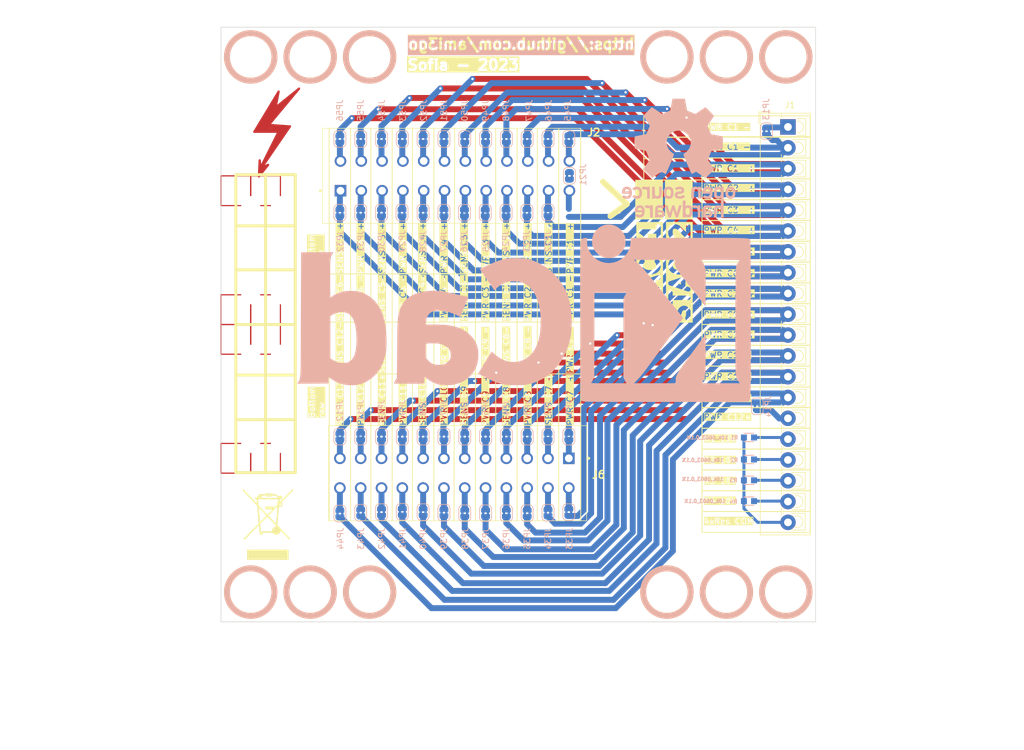
<source format=kicad_pcb>
(kicad_pcb (version 20221018) (generator pcbnew)
  (layers (0 "F.Cu" signal) (31 "B.Cu" signal) (34 "B.Paste" user) (35 "F.Paste" user) (36 "B.SilkS" user "B.Silkscreen") (37 "F.SilkS" user "F.Silkscreen") (38 "B.Mask" user) (39 "F.Mask" user) (44 "Edge.Cuts" user))
  (net 0 "")
  (net 1 "/Cell_1-")
  (net 2 "/Cell_1+")
  (net 3 "/Cell_2+")
  (net 4 "/Cell_3+")
  (net 5 "/Cell_4+")
  (net 6 "/Cell_5+")
  (net 7 "/Cell_6+")
  (net 8 "/Cell_7+")
  (net 9 "/Cell_8+")
  (net 10 "/Cell_9+")
  (net 11 "/Cell_10+")
  (net 12 "/Cell_11+")
  (net 13 "/Cell_12+")
  (net 14 "/M_PWR_S1")
  (net 15 "/P_PWR_S1")
  (net 16 "/M_SENSE_S1")
  (net 17 "/P_SENSE_S1")
  (net 18 "/M_PWR_S2")
  (net 19 "/P_PWR_S2")
  (net 20 "/M_SENSE_S2")
  (net 21 "/P_SENSE_S2")
  (net 22 "/M_PWR_S3")
  (net 23 "/P_PWR_S3")
  (net 24 "/M_SENSE_S3")
  (net 25 "/P_SENSE_S3")
  (net 26 "/M_PWR_S4")
  (net 27 "/P_PWR_S4")
  (net 28 "/M_SENSE_S4")
  (net 29 "/P_SENSE_S4")
  (net 30 "/M_PWR_S5")
  (net 31 "/P_PWR_S5")
  (net 32 "/M_SENSE_S5")
  (net 33 "/P_SENSE_S5")
  (net 34 "/M_PWR_S6")
  (net 35 "/P_PWR_S6")
  (net 36 "/M_SENSE_S6")
  (net 37 "/P_SENSE_S6")
  (net 38 "/M_PWR_S7")
  (net 39 "/P_PWR_S7")
  (net 40 "/M_SENSE_S7")
  (net 41 "/P_SENSE_S7")
  (net 42 "/M_PWR_S8")
  (net 43 "/P_PWR_S8")
  (net 44 "/M_SENSE_S8")
  (net 45 "/P_SENSE_S8")
  (net 46 "/M_PWR_S9")
  (net 47 "/P_PWR_S9")
  (net 48 "/M_SENSE_S9")
  (net 49 "/P_SENSE_S9")
  (net 50 "/M_PWR_S10")
  (net 51 "/P_PWR_S10")
  (net 52 "/M_SENSE_S10")
  (net 53 "/P_SENSE_S10")
  (net 54 "/M_PWR_S11")
  (net 55 "/P_PWR_S11")
  (net 56 "/M_SENSE_S11")
  (net 57 "/P_SENSE_S11")
  (net 58 "/M_PWR_S12")
  (net 59 "/P_PWR_S12")
  (net 60 "/M_SENSE_S12")
  (net 61 "/P_SENSE_S12")
  (net 62 "/Cell_1(2)-")
  (net 63 "/Cell_12(2)+")
  (net 64 "Net-(J1-Pin_16)")
  (net 65 "Net-(J1-Pin_17)")
  (net 66 "Net-(J1-Pin_18)")
  (net 67 "Net-(J1-Pin_19)")
  (net 68 "Net-(J1-Pin_20)")
  (footprint "MountingHole:MountingHole_3.2mm_M3_ISO14580" (layer "F.Cu") (at 135 115)
    (fp_text reference "H10" hide)
    (fp_text value "MountingHole" hide)
  )
  (footprint "MountingHole:MountingHole_3.2mm_M3_ISO14580" (layer "F.Cu") (at 55 90)
    (fp_text reference "H8" hide)
    (fp_text value "MountingHole")
  )
  (footprint "MountingHole:MountingHole_3.2mm_M3_ISO14580" (layer "F.Cu") (at 145 25)
    (fp_text reference "H2" hide)
    (fp_text value "MountingHole")
  )
  (footprint "MountingHole:MountingHole_3.2mm_M3_ISO14580" (layer "F.Cu") (at 65 115)
    (fp_text reference "H9" hide)
    (fp_text value "MountingHole")
  )
  (footprint "MountingHole:MountingHole_3.2mm_M3_ISO14580" (layer "F.Cu") (at 60 50)
    (fp_text reference "H7" hide)
    (fp_text value "MountingHole")
  )
  (footprint "Connectors_local:1725042" (layer "F.Cu") (at 108.5 92.5 180)
    (fp_text reference "J6")
    (fp_text value "1725042" hide)
  )
  (footprint "MountingHole:MountingHole_3.2mm_M3_ISO14580" (layer "F.Cu") (at 135 25)
    (fp_text reference "H11" hide)
    (fp_text value "MountingHole")
  )
  (footprint "MountingHole:MountingHole_3.2mm_M3_ISO14580" (layer "F.Cu") (at 55 75)
    (fp_text reference "H6" hide)
    (fp_text value "MountingHole")
  )
  (footprint "MountingHole:MountingHole_3.2mm_M3_ISO14580" (layer "F.Cu") (at 60 57)
    (fp_text reference "H8" hide)
    (fp_text value "MountingHole")
  )
  (footprint "MountingHole:MountingHole_3.2mm_M3_ISO14580" (layer "F.Cu") (at 125 25)
    (fp_text reference "H15" hide)
    (fp_text value "MountingHole")
  )
  (footprint "MountingHole:MountingHole_3.2mm_M3_ISO14580" (layer "F.Cu") (at 55 57)
    (fp_text reference "H5" hide)
    (fp_text value "MountingHole")
  )
  (footprint "MountingHole:MountingHole_3.2mm_M3_ISO14580" (layer "F.Cu") (at 55 65)
    (fp_text reference "H5" hide)
    (fp_text value "MountingHole")
  )
  (footprint "MountingHole:MountingHole_3.2mm_M3_ISO14580" (layer "F.Cu") (at 55 82)
    (fp_text reference "H5" hide)
    (fp_text value "MountingHole")
  )
  (footprint "MountingHole:MountingHole_3.2mm_M3_ISO14580" (layer "F.Cu") (at 75 115)
    (fp_text reference "H14" hide)
    (fp_text value "MountingHole" hide)
  )
  (footprint "Symbol:WEEE-Logo_8.4x12mm_SilkScreen" (layer "F.Cu") (at 57.9 103.6)
    (fp_text reference "REF**" hide)
    (fp_text value "WEEE-Logo_8.4x12mm_SilkScreen" hide)
  )
  (footprint "MountingHole:MountingHole_3.2mm_M3_ISO14580" (layer "F.Cu") (at 60 90)
    (fp_text reference "H8" hide)
    (fp_text value "MountingHole")
  )
  (footprint "MountingHole:MountingHole_3.2mm_M3_ISO14580" (layer "F.Cu") (at 125 115)
    (fp_text reference "H13" hide)
    (fp_text value "MountingHole" hide)
  )
  (footprint "Connectors_local:TerminalBlock_4Ucon_1x20_P3.50mm_Vertical_copy" (layer "F.Cu") (at 145.355 36.775 -90)
    (fp_text reference "J1")
    (fp_text value "Screw_Terminal_01x20")
  )
  (footprint "MountingHole:MountingHole_3.2mm_M3_ISO14580" (layer "F.Cu") (at 65 25)
    (fp_text reference "H12" hide)
    (fp_text value "MountingHole")
  )
  (footprint "Connectors_local:1725042" (layer "F.Cu") (at 70.1 47.5)
    (fp_text reference "J2")
    (fp_text value "1725042" hide)
  )
  (footprint "MountingHole:MountingHole_3.2mm_M3_ISO14580" (layer "F.Cu") (at 55 50)
    (fp_text reference "H7" hide)
    (fp_text value "MountingHole")
  )
  (footprint "MountingHole:MountingHole_3.2mm_M3_ISO14580" (layer "F.Cu") (at 60 65)
    (fp_text reference "H8" hide)
    (fp_text value "MountingHole")
  )
  (footprint "Symbol:Symbol_HighVoltage_Type1_CopperTop_Big" (layer "F.Cu") (at 58.8 37.2)
    (fp_text reference "REF**" hide)
    (fp_text value "Symbol_HighVoltage_Type1_CopperTop_Big" hide)
  )
  (footprint "MountingHole:MountingHole_3.2mm_M3_ISO14580" (layer "F.Cu") (at 55 25)
    (fp_text reference "H3" hide)
    (fp_text value "MountingHole")
  )
  (footprint "MountingHole:MountingHole_3.2mm_M3_ISO14580" (layer "F.Cu") (at 60 75)
    (fp_text reference "H8" hide)
    (fp_text value "MountingHole")
  )
  (footprint "MountingHole:MountingHole_3.2mm_M3_ISO14580" (layer "F.Cu") (at 55 115)
    (fp_text reference "H4" hide)
    (fp_text value "MountingHole")
  )
  (footprint "MountingHole:MountingHole_3.2mm_M3_ISO14580" (layer "F.Cu") (at 60 82)
    (fp_text reference "H8" hide)
    (fp_text value "MountingHole")
  )
  (footprint "MountingHole:MountingHole_3.2mm_M3_ISO14580" (layer "F.Cu") (at 75 25)
    (fp_text reference "H16" hide)
    (fp_text value "MountingHole")
  )
  (footprint "MountingHole:MountingHole_3.2mm_M3_ISO14580" (layer "F.Cu") (at 145 115)
    (fp_text reference "H1" hide)
    (fp_text value "MountingHole" hide)
  )
  (footprint "Jumper:SolderJumper-2_P1.3mm_Bridged2Bar_RoundedPad1.0x1.5mm" (layer "B.Cu") (at 105 88.85 -90)
    (fp_text reference "JP2")
    (fp_text value "SolderJumper_2_Bridged")
  )
  (footprint "PCM_4ms_Resistor:R_0603" (layer "B.Cu") (at 138.8 96.2)
    (fp_text reference "R3")
    (fp_text value "10k_0603_0.1%")
  )
  (footprint "Jumper:SolderJumper-2_P1.3mm_Bridged2Bar_RoundedPad1.0x1.5mm" (layer "B.Cu") (at 97.95 51.2 -90)
    (fp_text reference "JP24")
    (fp_text value "SolderJumper_2_Bridged")
  )
  (footprint "Jumper:SolderJumper-2_P1.3mm_Bridged2Bar_RoundedPad1.0x1.5mm" (layer "B.Cu") (at 141.75 37.5 -90)
    (fp_text reference "JP13")
    (fp_text value "SolderJumper_2_Bridged")
  )
  (footprint "Jumper:SolderJumper-2_P1.3mm_Bridged2Bar_RoundedPad1.0x1.5mm" (layer "B.Cu") (at 101.45 51.2 -90)
    (fp_text reference "JP23")
    (fp_text value "SolderJumper_2_Bridged")
  )
  (footprint "Jumper:SolderJumper-2_P1.3mm_Bridged2Bar_RoundedPad1.0x1.5mm" (layer "B.Cu") (at 140.2 83.75 90)
    (fp_text reference "JP14")
    (fp_text value "SolderJumper_2_Bridged")
  )
  (footprint "Jumper:SolderJumper-2_P1.3mm_Bridged2Bar_RoundedPad1.0x1.5mm" (layer "B.Cu") (at 73.5 51.2 -90)
    (fp_text reference "JP31")
    (fp_text value "SolderJumper_2_Bridged")
  )
  (footprint "Jumper:SolderJumper-2_P1.3mm_Bridged2Bar_RoundedPad1.0x1.5mm" (layer "B.Cu") (at 91 101.75 -90)
    (fp_text reference "JP38")
    (fp_text value "SolderJumper_2_Bridged")
  )
  (footprint "Jumper:SolderJumper-2_P1.3mm_Bridged2Bar_RoundedPad1.0x1.5mm" (layer "B.Cu") (at 80.5 38.8 -90)
    (fp_text reference "JP53")
    (fp_text value "SolderJumper_2_Bridged")
  )
  (footprint "Jumper:SolderJumper-2_P1.3mm_Bridged2Bar_RoundedPad1.0x1.5mm" (layer "B.Cu") (at 91 38.8 -90)
    (fp_text reference "JP50")
    (fp_text value "SolderJumper_2_Bridged")
  )
  (footprint "Jumper:SolderJumper-2_P1.3mm_Bridged2Bar_RoundedPad1.0x1.5mm" (layer "B.Cu") (at 84 88.85 -90)
    (fp_text reference "JP8")
    (fp_text value "SolderJumper_2_Bridged")
  )
  (footprint "Jumper:SolderJumper-2_P1.3mm_Bridged2Bar_RoundedPad1.0x1.5mm" (layer "B.Cu") (at 94.5 38.8 -90)
    (fp_text reference "JP49")
    (fp_text value "SolderJumper_2_Bridged")
  )
  (footprint "Jumper:SolderJumper-2_P1.3mm_Bridged2Bar_RoundedPad1.0x1.5mm" (layer "B.Cu") (at 70 51.2 -90)
    (fp_text reference "JP32")
    (fp_text value "SolderJumper_2_Bridged")
  )
  (footprint "Jumper:SolderJumper-2_P1.3mm_Bridged2Bar_RoundedPad1.0x1.5mm" (layer "B.Cu") (at 105 101.65 -90)
    (fp_text reference "JP34")
    (fp_text value "SolderJumper_2_Bridged")
  )
  (footprint "Jumper:SolderJumper-2_P1.3mm_Bridged2Bar_RoundedPad1.0x1.5mm" (layer "B.Cu") (at 80.45 51.2 -90)
    (fp_text reference "JP29")
    (fp_text value "SolderJumper_2_Bridged")
  )
  (footprint "Jumper:SolderJumper-2_P1.3mm_Bridged2Bar_RoundedPad1.0x1.5mm" (layer "B.Cu") (at 84 51.2 -90)
    (fp_text reference "JP28")
    (fp_text value "SolderJumper_2_Bridged")
  )
  (footprint "Jumper:SolderJumper-2_P1.3mm_Bridged2Bar_RoundedPad1.0x1.5mm" (layer "B.Cu") (at 98 38.8 -90)
    (fp_text reference "JP48")
    (fp_text value "SolderJumper_2_Bridged")
  )
  (footprint "Jumper:SolderJumper-2_P1.3mm_Bridged2Bar_RoundedPad1.0x1.5mm" (layer "B.Cu") (at 77 51.2 -90)
    (fp_text reference "JP30")
    (fp_text value "SolderJumper_2_Bridged")
  )
  (footprint "Jumper:SolderJumper-2_P1.3mm_Bridged2Bar_RoundedPad1.0x1.5mm" (layer "B.Cu") (at 105 38.8 -90)
    (fp_text reference "JP46")
    (fp_text value "SolderJumper_2_Bridged")
  )
  (footprint "Jumper:SolderJumper-2_P1.3mm_Bridged2Bar_RoundedPad1.0x1.5mm" (layer "B.Cu") (at 80.5 88.85 -90)
    (fp_text reference "JP9")
    (fp_text value "SolderJumper_2_Bridged")
  )
  (footprint "Jumper:SolderJumper-2_P1.3mm_Bridged2Bar_RoundedPad1.0x1.5mm" (layer "B.Cu") (at 101.5 101.75 -90)
    (fp_text reference "JP35")
    (fp_text value "SolderJumper_2_Bridged")
  )
  (footprint "Jumper:SolderJumper-2_P1.3mm_Bridged2Bar_RoundedPad1.0x1.5mm" (layer "B.Cu") (at 87.5 88.85 -90)
    (fp_text reference "JP7")
    (fp_text value "SolderJumper_2_Bridged")
  )
  (footprint "Jumper:SolderJumper-2_P1.3mm_Bridged2Bar_RoundedPad1.0x1.5mm" (layer "B.Cu") (at 94.45 51.2 -90)
    (fp_text reference "JP25")
    (fp_text value "SolderJumper_2_Bridged")
  )
  (footprint "Jumper:SolderJumper-2_P1.3mm_Bridged2Bar_RoundedPad1.0x1.5mm" (layer "B.Cu") (at 70 101.8 -90)
    (fp_text reference "JP44")
    (fp_text value "SolderJumper_2_Bridged")
  )
  (footprint "Jumper:SolderJumper-2_P1.3mm_Bridged2Bar_RoundedPad1.0x1.5mm" (layer "B.Cu") (at 77 38.8 -90)
    (fp_text reference "JP54")
    (fp_text value "SolderJumper_2_Bridged")
  )
  (footprint "Jumper:SolderJumper-2_P1.3mm_Bridged2Bar_RoundedPad1.0x1.5mm" (layer "B.Cu") (at 98 88.85 -90)
    (fp_text reference "JP4")
    (fp_text value "SolderJumper_2_Bridged")
  )
  (footprint "Jumper:SolderJumper-2_P1.3mm_Bridged2Bar_RoundedPad1.0x1.5mm" (layer "B.Cu") (at 73.5 101.65 -90)
    (fp_text reference "JP43")
    (fp_text value "SolderJumper_2_Bridged")
  )
  (footprint "Jumper:SolderJumper-2_P1.3mm_Bridged2Bar_RoundedPad1.0x1.5mm" (layer "B.Cu") (at 73.5 88.85 -90)
    (fp_text reference "JP11")
    (fp_text value "SolderJumper_2_Bridged")
  )
  (footprint "Jumper:SolderJumper-2_P1.3mm_Bridged2Bar_RoundedPad1.0x1.5mm" (layer "B.Cu") (at 94.5 101.75 -90)
    (fp_text reference "JP37")
    (fp_text value "SolderJumper_2_Bridged")
  )
  (footprint "Jumper:SolderJumper-2_P1.3mm_Bridged2Bar_RoundedPad1.0x1.5mm" (layer "B.Cu") (at 87.5 51.2 -90)
    (fp_text reference "JP27")
    (fp_text value "SolderJumper_2_Bridged")
  )
  (footprint "Jumper:SolderJumper-2_P1.3mm_Bridged2Bar_RoundedPad1.0x1.5mm" (layer "B.Cu") (at 73.5 38.8 -90)
    (fp_text reference "JP55")
    (fp_text value "SolderJumper_2_Bridged")
  )
  (footprint "PCM_4ms_Resistor:R_0603" (layer "B.Cu") (at 138.8 89)
    (fp_text reference "R1")
    (fp_text value "10k_0603_0.1%")
  )
  (footprint "Jumper:SolderJumper-2_P1.3mm_Bridged2Bar_RoundedPad1.0x1.5mm" (layer "B.Cu") (at 77 101.55 -90)
    (fp_text reference "JP42")
    (fp_text value "SolderJumper_2_Bridged")
  )
  (footprint "Jumper:SolderJumper-2_P1.3mm_Bridged2Bar_RoundedPad1.0x1.5mm" (layer "B.Cu") (at 87.5 38.8 -90)
    (fp_text reference "JP51")
    (fp_text value "SolderJumper_2_Bridged")
  )
  (footprint "Jumper:SolderJumper-2_P1.3mm_Bridged2Bar_RoundedPad1.0x1.5mm" (layer "B.Cu") (at 70 88.85 -90)
    (fp_text reference "JP12")
    (fp_text value "SolderJumper_2_Bridged")
  )
  (footprint "Jumper:SolderJumper-2_P1.3mm_Bridged2Bar_RoundedPad1.0x1.5mm" (layer "B.Cu") (at 91 88.85 -90)
    (fp_text reference "JP6")
    (fp_text value "SolderJumper_2_Bridged")
  )
  (footprint "Jumper:SolderJumper-2_P1.3mm_Bridged2Bar_RoundedPad1.0x1.5mm" (layer "B.Cu") (at 70 38.8 -90)
    (fp_text reference "JP56")
    (fp_text value "SolderJumper_2_Bridged")
  )
  (footprint "Jumper:SolderJumper-2_P1.3mm_Bridged2Bar_RoundedPad1.0x1.5mm" (layer "B.Cu") (at 84 38.8 -90)
    (fp_text reference "JP52")
    (fp_text value "SolderJumper_2_Bridged")
  )
  (footprint "Symbol:KiCad-Logo_30mm_SilkScreen" (layer "B.Cu") (at 101 68 180)
    (fp_text reference "REF**" hide)
    (fp_text value "KiCad-Logo_30mm_SilkScreen" hide)
  )
  (footprint "Jumper:SolderJumper-2_P1.3mm_Bridged2Bar_RoundedPad1.0x1.5mm" (layer "B.Cu") (at 94.5 88.85 -90)
    (fp_text reference "JP5")
    (fp_text value "SolderJumper_2_Bridged")
  )
  (footprint "Jumper:SolderJumper-2_P1.3mm_Bridged2Bar_RoundedPad1.0x1.5mm" (layer "B.Cu") (at 101.5 38.8 -90)
    (fp_text reference "JP47")
    (fp_text value "SolderJumper_2_Bridged")
  )
  (footprint "Jumper:SolderJumper-2_P1.3mm_Bridged2Bar_RoundedPad1.0x1.5mm" (layer "B.Cu") (at 108.5 101.55 -90)
    (fp_text reference "JP33")
    (fp_text value "SolderJumper_2_Bridged")
  )
  (footprint "Jumper:SolderJumper-2_P1.3mm_Bridged2Bar_RoundedPad1.0x1.5mm" (layer "B.Cu") (at 98 101.75 -90)
    (fp_text reference "JP36")
    (fp_text value "SolderJumper_2_Bridged")
  )
  (footprint "Jumper:SolderJumper-2_P1.3mm_Bridged2Bar_RoundedPad1.0x1.5mm" (layer "B.Cu") (at 108.5 88.85 -90)
    (fp_text reference "JP1")
    (fp_text value "SolderJumper_2_Bridged")
  )
  (footprint "Jumper:SolderJumper-2_P1.3mm_Bridged2Bar_RoundedPad1.0x1.5mm" (layer "B.Cu") (at 80.5 101.5 -90)
    (fp_text reference "JP41")
    (fp_text value "SolderJumper_2_Bridged")
  )
  (footprint "Jumper:SolderJumper-2_P1.3mm_Bridged2Bar_RoundedPad1.0x1.5mm" (layer "B.Cu") (at 90.95 51.2 -90)
    (fp_text reference "JP26")
    (fp_text value "SolderJumper_2_Bridged")
  )
  (footprint "Symbol:OSHW-Logo_19x20mm_SilkScreen" (layer "B.Cu") (at 127 42 180)
    (fp_text reference "REF**" hide)
    (fp_text value "OSHW-Logo_19x20mm_SilkScreen" hide)
  )
  (footprint "Jumper:SolderJumper-2_P1.3mm_Bridged2Bar_RoundedPad1.0x1.5mm" (layer "B.Cu") (at 84 101.55 -90)
    (fp_text reference "JP40")
    (fp_text value "SolderJumper_2_Bridged")
  )
  (footprint "Jumper:SolderJumper-2_P1.3mm_Bridged2Bar_RoundedPad1.0x1.5mm" (layer "B.Cu") (at 105 51.15 -90)
    (fp_text reference "JP22")
    (fp_text value "SolderJumper_2_Bridged")
  )
  (footprint "Jumper:SolderJumper-2_P1.3mm_Bridged2Bar_RoundedPad1.0x1.5mm" (layer "B.Cu") (at 101.5 88.85 -90)
    (fp_text reference "JP3")
    (fp_text value "SolderJumper_2_Bridged")
  )
  (footprint "Jumper:SolderJumper-2_P1.3mm_Bridged2Bar_RoundedPad1.0x1.5mm" (layer "B.Cu") (at 108.6 45 -90)
    (fp_text reference "JP21")
    (fp_text value "SolderJumper_2_Bridged")
  )
  (footprint "Jumper:SolderJumper-2_P1.3mm_Bridged2Bar_RoundedPad1.0x1.5mm" (layer "B.Cu") (at 77 88.85 -90)
    (fp_text reference "JP10")
    (fp_text value "SolderJumper_2_Bridged")
  )
  (footprint "Jumper:SolderJumper-2_P1.3mm_Bridged2Bar_RoundedPad1.0x1.5mm" (layer "B.Cu") (at 87.5 101.65 -90)
    (fp_text reference "JP39")
    (fp_text value "SolderJumper_2_Bridged")
  )
  (footprint "Jumper:SolderJumper-2_P1.3mm_Bridged2Bar_RoundedPad1.0x1.5mm" (layer "B.Cu") (at 108.5 38.8 -90)
    (fp_text reference "JP45")
    (fp_text value "SolderJumper_2_Bridged")
  )
  (footprint "PCM_4ms_Resistor:R_0603" (layer "B.Cu") (at 138.8 92.7)
    (fp_text reference "R2")
    (fp_text value "10k_0603_0.1%")
  )
  (footprint "PCM_4ms_Resistor:R_0603" (layer "B.Cu") (at 138.8 99.7)
    (fp_text reference "R4")
    (fp_text value "10k_0603_0.1%")
  )
  (gr_rect (start 50 70) (end 55 75) (stroke (width 0.2)) (fill none) (layer "F.Cu"))
  (gr_rect (start 50 90) (end 55 95) (stroke (width 0.2)) (fill none) (layer "F.Cu"))
  (gr_rect (start 55 45) (end 60 50) (stroke (width 0.2)) (fill none) (layer "F.Cu"))
  (gr_rect (start 55 90) (end 60 95) (stroke (width 0.2)) (fill none) (layer "F.Cu"))
  (gr_rect (start 50 45) (end 55 50) (stroke (width 0.2)) (fill none) (layer "F.Cu"))
  (gr_rect (start 50 65) (end 55 70) (stroke (width 0.2)) (fill none) (layer "F.Cu"))
  (gr_rect (start 55 65) (end 60 70) (stroke (width 0.2)) (fill none) (layer "F.Cu"))
  (gr_rect (start 55 70) (end 60 75) (stroke (width 0.2)) (fill none) (layer "F.Cu"))
  (gr_circle (center 145 25) (end 141 25) (stroke (width 1)) (fill none) (layer "B.SilkS"))
  (gr_circle (center 125 115) (end 121 115) (stroke (width 1)) (fill none) (layer "B.SilkS"))
  (gr_circle (center 65 25) (end 61 25) (stroke (width 1)) (fill none) (layer "B.SilkS"))
  (gr_circle (center 55 115) (end 51 115) (stroke (width 1)) (fill none) (layer "B.SilkS"))
  (gr_circle (center 75 25) (end 71 25) (stroke (width 1)) (fill none) (layer "B.SilkS"))
  (gr_circle (center 125 25) (end 121 25) (stroke (width 1)) (fill none) (layer "B.SilkS"))
  (gr_circle (center 145 115) (end 141 115) (stroke (width 1)) (fill none) (layer "B.SilkS"))
  (gr_circle (center 55 25) (end 51 25) (stroke (width 1)) (fill none) (layer "B.SilkS"))
  (gr_circle (center 65 115) (end 61 115) (stroke (width 1)) (fill none) (layer "B.SilkS"))
  (gr_circle (center 135 115) (end 131 115) (stroke (width 1)) (fill none) (layer "B.SilkS"))
  (gr_circle (center 75 115) (end 71 115) (stroke (width 1)) (fill none) (layer "B.SilkS"))
  (gr_circle (center 135 25) (end 131 25) (stroke (width 1)) (fill none) (layer "B.SilkS"))
  (gr_rect (start 130.9 97.95) (end 149.1 101.45) (stroke (width 0.15)) (fill none) (layer "F.SilkS"))
  (gr_rect (start 119.75 45.75) (end 124.25 52.25) (stroke (width 0.15)) (fill solid) (layer "F.SilkS"))
  (gr_rect (start 130.9 90.95) (end 149.1 94.45) (stroke (width 0.15)) (fill none) (layer "F.SilkS"))
  (gr_line (start 110.5 37) (end 110.5 103) (stroke (width 0.15)) (layer "F.SilkS"))
  (gr_rect (start 130.9 101.45) (end 149.1 104.95) (stroke (width 0.15)) (fill none) (layer "F.SilkS"))
  (gr_line (start 57.5 44.9) (end 57.5 94.9) (stroke (width 0.5)) (layer "F.SilkS"))
  (gr_line (start 78.8 37) (end 78.8 103) (stroke (width 0.15)) (layer "F.SilkS"))
  (gr_rect (start 121.1 42.1) (end 130.9 45.7) (stroke (width 0.15)) (fill none) (layer "F.SilkS"))
  (gr_line (start 52.5 70) (end 62.5 70) (stroke (width 0.5)) (layer "F.SilkS"))
  (gr_rect (start 130.9 59.5) (end 149.1 63) (stroke (width 0.15)) (fill none) (layer "F.SilkS"))
  (gr_line (start 92.8 37) (end 92.8 103) (stroke (width 0.15)) (layer "F.SilkS"))
  (gr_rect (start 130.9 73.5) (end 149.1 77) (stroke (width 0.15)) (fill none) (layer "F.SilkS"))
  (gr_line (start 75.2 37) (end 75.2 103) (stroke (width 0.15)) (layer "F.SilkS"))
  (gr_line (start 52.5 60.8) (end 62.5 60.8) (stroke (width 0.5)) (layer "F.SilkS"))
  (gr_rect (start 121.1 34.9) (end 130.9 38.5) (stroke (width 0.15)) (fill none) (layer "F.SilkS"))
  (gr_rect (start 130.9 34.9) (end 149.1 38.5) (stroke (width 0.15)) (fill none) (layer "F.SilkS"))
  (gr_rect (start 130.9 63) (end 149.1 66.5) (stroke (width 0.15)) (fill none) (layer "F.SilkS"))
  (gr_line (start 68.2 78.3) (end 110.5 78.3) (stroke (width 0.15)) (layer "F.SilkS"))
  (gr_rect (start 130.9 94.45) (end 149.1 97.95) (stroke (width 0.15)) (fill none) (layer "F.SilkS"))
  (gr_line (start 52.5 78.5) (end 62.5 78.5) (stroke (width 0.5)) (layer "F.SilkS"))
  (gr_circle (center 145 115) (end 149 115) (stroke (width 1)) (fill none) (layer "F.SilkS"))
  (gr_circle (center 65 25) (end 69 25) (stroke (width 1)) (fill none) (layer "F.SilkS"))
  (gr_rect (start 130.9 45.5) (end 149.1 49) (stroke (width 0.15)) (fill none) (layer "F.SilkS"))
  (gr_line (start 114.25 46) (end 118.25 49.75) (stroke (width 1)) (layer "F.SilkS"))
  (gr_rect (start 130.9 38.4) (end 149.1 42) (stroke (width 0.15)) (fill none) (layer "F.SilkS"))
  (gr_rect (start 130.9 70) (end 149.1 73.5) (stroke (width 0.15)) (fill none) (layer "F.SilkS"))
  (gr_rect (start 124.75 45.75) (end 129.25 52.25) (stroke (width 0.15)) (fill solid) (layer "F.SilkS"))
  (gr_line (start 82.2 37) (end 82.2 103) (stroke (width 0.15)) (layer "F.SilkS"))
  (gr_line (start 106.8 37) (end 106.8 103) (stroke (width 0.15)) (layer "F.SilkS"))
  (gr_circle (center 55 25) (end 59 25) (stroke (width 1)) (fill none) (layer "F.SilkS"))
  (gr_circle (center 135 25) (end 139 25) (stroke (width 1)) (fill none) (layer "F.SilkS"))
  (gr_line (start 52.5 44.8) (end 62.5 44.8) (stroke (width 0.5)) (layer "F.SilkS"))
  (gr_line (start 99.8 37) (end 99.8 103) (stroke (width 0.15)) (layer "F.SilkS"))
  (gr_line (start 68.2 61.5) (end 110.5 61.5) (stroke (width 0.15)) (layer "F.SilkS"))
  (gr_circle (center 55 115) (end 59 115) (stroke (width 1)) (fill none) (layer "F.SilkS"))
  (gr_circle (center 125 115) (end 129 115) (stroke (width 1)) (fill none) (layer "F.SilkS"))
  (gr_line (start 96.2 37) (end 96.2 103) (stroke (width 0.15)) (layer "F.SilkS"))
  (gr_rect (start 130.9 77) (end 149.1 80.5) (stroke (width 0.15)) (fill none) (layer "F.SilkS"))
  (gr_rect (start 130.9 66.5) (end 149.1 70) (stroke (width 0.15)) (fill none) (layer "F.SilkS"))
  (gr_line (start 115.5 51.75) (end 118.25 49.75) (stroke (width 1)) (layer "F.SilkS"))
  (gr_line (start 68.2 69.6) (end 110.5 69.6) (stroke (width 0.15)) (layer "F.SilkS"))
  (gr_rect (start 130.9 56) (end 149.1 59.5) (stroke (width 0.15)) (fill none) (layer "F.SilkS"))
  (gr_line (start 85.8 37) (end 85.8 103) (stroke (width 0.15)) (layer "F.SilkS"))
  (gr_rect (start 130.9 83.95) (end 149.1 87.45) (stroke (width 0.15)) (fill none) (layer "F.SilkS"))
  (gr_rect (start 130.9 87.45) (end 149.1 90.95) (stroke (width 0.15)) (fill none) (layer "F.SilkS"))
  (gr_line (start 62.5 44.8) (end 62.5 94.9) (stroke (width 0.5)) (layer "F.SilkS"))
  (gr_line (start 52.5 53.4) (end 62.5 53.4) (stroke (width 0.5)) (layer "F.SilkS"))
  (gr_line (start 71.8 37) (end 71.8 103) (stroke (width 0.15)) (layer "F.SilkS"))
  (gr_circle (center 75 25) (end 79 25) (stroke (width 1)) (fill none) (layer "F.SilkS"))
  (gr_rect (start 130.9 80.5) (end 149.1 84) (stroke (width 0.15)) (fill none) (layer "F.SilkS"))
  (gr_line (start 52.5 94.9) (end 62.5 94.9) (stroke (width 0.5)) (layer "F.SilkS"))
  (gr_circle (center 135 115) (end 139 115) (stroke (width 1)) (fill none) (layer "F.SilkS"))
  (gr_line (start 103.2 37) (end 103.2 103) (stroke (width 0.15)) (layer "F.SilkS"))
  (gr_circle (center 65 115) (end 69 115) (stroke (width 1)) (fill none) (layer "F.SilkS"))
  (gr_line (start 52.5 86) (end 62.5 86) (stroke (width 0.5)) (layer "F.SilkS"))
  (gr_circle (center 145 25) (end 149 25) (stroke (width 1)) (fill none) (layer "F.SilkS"))
  (gr_line (start 52.5 44.8) (end 52.5 94.9) (stroke (width 0.5)) (layer "F.SilkS"))
  (gr_line (start 89.3 37) (end 89.2 103) (stroke (width 0.15)) (layer "F.SilkS"))
  (gr_circle (center 75 115) (end 79 115) (stroke (width 1)) (fill none) (layer "F.SilkS"))
  (gr_line (start 68.2 37) (end 68.2 103) (stroke (width 0.15)) (layer "F.SilkS"))
  (gr_circle (center 125 25) (end 129 25) (stroke (width 1)) (fill none) (layer "F.SilkS"))
  (gr_rect (start 130.9 52.5) (end 149.1 56) (stroke (width 0.15)) (fill none) (layer "F.SilkS"))
  (gr_rect (start 130.9 42) (end 149.1 45.5) (stroke (width 0.15)) (fill none) (layer "F.SilkS"))
  (gr_rect (start 130.9 49) (end 149.1 52.5) (stroke (width 0.15)) (fill none) (layer "F.SilkS"))
  (gr_rect (start 121.1 38.5) (end 130.9 42.1) (stroke (width 0.15)) (fill none) (layer "F.SilkS"))
  (gr_line (start 50 120) (end 150 120) (stroke (width 0.1)) (layer "Edge.Cuts"))
  (gr_line (start 150 120) (end 150 20) (stroke (width 0.1)) (layer "Edge.Cuts"))
  (gr_line (start 150 20) (end 50 20) (stroke (width 0.1)) (layer "Edge.Cuts"))
  (gr_line (start 50 20) (end 50 120) (stroke (width 0.1)) (layer "Edge.Cuts"))
  (gr_text "https://github.com/ami3go" (at 119.8 23.9) (layer "B.SilkS" knockout) (effects (font (size 1.8 1.8) (thickness 0.45) bold) (justify left bottom mirror)))
  (gr_text "PWR C1 - " (at 131.1 40.7) (layer "F.SilkS" knockout) (effects (font (size 1 1)) (justify left bottom)))
  (gr_text "STACK2" (at 129 70 90) (layer "F.SilkS" knockout) (effects (font (size 3 3) (thickness 0.75) bold) (justify left bottom)))
  (gr_text "PWR C11-" (at 81.3 78.3 90) (layer "F.SilkS" knockout) (effects (font (size 1 1)) (justify left bottom)))
  (gr_text "SENS C1-" (at 105.7 69.5 90) (layer "F.SilkS" knockout) (effects (font (size 1 1)) (justify left bottom)))
  (gr_text "SENS C5-" (at 77.7 69.5 90) (layer "F.SilkS" knockout) (effects (font (size 1 1)) (justify left bottom)))
  (gr_text "SENS C4 +" (at 84.5 61.5 90) (layer "F.SilkS" knockout) (effects (font (size 1 1)) (justify left bottom)))
  (gr_text "PWR C8 -" (at 102.2 78.2 90) (layer "F.SilkS" knockout) (effects (font (size 1 1)) (justify left bottom)))
  (gr_text "PWR C7  +" (at 131.1 65.4) (layer "F.SilkS" knockout) (effects (font (size 1 1)) (justify left bottom)))
  (gr_text "Top\nrow" (at 67.6 75.6 90) (layer "F.SilkS" knockout) (effects (font (size 1 1)) (justify left bottom)))
  (gr_text "PWR C1  +" (at 131.1 44.35) (layer "F.SilkS" knockout) (effects (font (size 1 1)) (justify left bottom)))
  (gr_text "PWR C9  +" (at 131.1 72.3) (layer "F.SilkS" knockout) (effects (font (size 1 1)) (justify left bottom)))
  (gr_text "SENS C8-\n" (at 98.6 78.2 90) (layer "F.SilkS" knockout) (effects (font (size 1 1)) (justify left bottom)))
  (gr_text "PWR C12+" (at 131.1 86.15) (layer "F.SilkS" knockout) (effects (font (size 1 1)) (justify left bottom)))
  (gr_text "4xRes COM" (at 131.1 103.7) (layer "F.SilkS" knockout) (effects (font (size 1 1)) (justify left bottom)))
  (gr_text "PWR C12-" (at 74.2 78.3 90) (layer "F.SilkS" knockout) (effects (font (size 1 1)) (justify left bottom)))
  (gr_text "PWR C11+" (at 131.1 79.35) (layer "F.SilkS" knockout) (effects (font (size 1 1)) (justify left bottom)))
  (gr_text "SENS C10+" (at 84.5 87.1 90) (layer "F.SilkS" knockout) (effects (font (size 1 1)) (justify left bottom)))
  (gr_text "PWR C10+" (at 88.1 87.1 90) (layer "F.SilkS" knockout) (effects (font (size 1 1)) (justify left bottom)))
  (gr_text "R2 10k" (at 131.1 93.4) (layer "F.SilkS" knockout) (effects (font (size 1 1)) (justify left bottom)))
  (gr_text "SENS C3-" (at 91.5 69.5 90) (layer "F.SilkS" knockout) (effects (font (size 1 1)) (justify left bottom)))
  (gr_text "SENS C1 +" (at 105.7 61.5 90) (layer "F.SilkS" knockout) (effects (font (size 1 1)) (justify left bottom)))
  (gr_text "SENS C10-" (at 84.5 78.4 90) (layer "F.SilkS" knockout) (effects (font (size 1 1)) (justify left bottom)))
  (gr_text "SENS C9 +" (at 91.5 87 90) (layer "F.SilkS" knockout) (effects (font (size 1 1)) (justify left bottom)))
  (gr_text "SENS C12+" (at 70.6 87.1 90) (layer "F.SilkS" knockout) (effects (font (size 1 1)) (justify left bottom)))
  (gr_text "R3 10k" (at 131.1 96.9) (layer "F.SilkS" knockout) (effects (font (size 1 1)) (justify left bottom)))
  (gr_text "PWR C3  +" (at 95.1 61.6 90) (layer "F.SilkS" knockout) (effects (font (size 1 1)) (justify left bottom)))
  (gr_text "PWR C10-" (at 88.2 78.3 90) (layer "F.SilkS" knockout) (effects (font (size 1 1)) (justify left bottom)))
  (gr_text "PWR C6 -" (at 74.1 69.6 90) (layer "F.SilkS" knockout) (effects (font (size 1 1)) (justify left bottom)))
  (gr_text "SENS C6 +" (at 70.6 61.5 90) (layer "F.SilkS" knockout) (effects (font (size 1 1)) (justify left bottom)))
  (gr_text "PWR C6  +" (at 131.1 62) (layer "F.SilkS" knockout) (effects (font (size 1 1)) (justify left bottom)))
  (gr_text "Bottom \nrow" (at 67.5 85.8 90) (layer "F.SilkS" knockout) (effects (font (size 1 1)) (justify left bottom)))
  (gr_text "SENS C9-" (at 91.5 78.2 90) (layer "F.SilkS" knockout) (effects (font (size 1 1)) (justify left bottom)))
  (gr_text "Top\nrow" (at 67.4 67.3 90) (layer "F.SilkS" knockout) (effects (font (size 1 1)) (justify left bottom)))
  (gr_text "SENS C2 +" (at 98.6 61.5 90) (layer "F.SilkS" knockout) (effects (font (size 1 1)) (justify left bottom)))
  (gr_text "PWR C1 - " (at 109.3 69.6 90) (layer "F.SilkS" knockout) (effects (font (size 1 1)) (justify left bottom)))
  (gr_text "PWR C1 - " (at 131.1 37.4) (layer "F.SilkS" knockout) (effects (font (size 1 1)) (justify left bottom)))
  (gr_text "SENS C6-" (at 70.6 69.5 90) (layer "F.SilkS" knockout) (effects (font (size 1 1)) (justify left bottom)))
  (gr_text "PWR C7  +" (at 109.3 87.1 90) (layer "F.SilkS" knockout) (effects (font (size 1 1)) (justify left bottom)))
  (gr_text "PWR C7 - " (at 109.3 78.3 90) (layer "F.SilkS" knockout) (effects (font (size 1 1)) (justify left bottom)))
  (gr_text "PWR C8  +" (at 131.1 68.95) (layer "F.SilkS" knockout) (effects (font (size 1 1)) (justify left bottom)))
  (gr_text "PWR C10+" (at 131.1 75.75) (layer "F.SilkS" knockout) (effects (font (size 1 1)) (justify left bottom)))
  (gr_text "SENS C5 +" (at 77.7 61.5 90) (layer "F.SilkS" knockout) (effects (font (size 1 1)) (justify left bottom)))
  (gr_text "PWR C8  +" (at 102.2 87.1 90) (layer "F.SilkS" knockout) (effects (font (size 1 1)) (justify left bottom)))
  (gr_text "SENS C2-\n" (at 98.6 69.5 90) (layer "F.SilkS" knockout) (effects (font (size 1 1)) (justify left bottom)))
  (gr_text "R4 10k" (at 131.1 100.3) (layer "F.SilkS" knockout) (effects (font (size 1 1)) (justify left bottom)))
  (gr_text "PWR C12+" (at 131.1 83) (layer "F.SilkS" knockout) (effects (font (size 1 1)) (justify left bottom)))
  (gr_text "SENS C4-" (at 84.5 69.5 90) (layer "F.SilkS" knockout) (effects (font (size 1 1)) (justify left bottom)))
  (gr_text "PWR C2 -" (at 102.2 69.6 90) (layer "F.SilkS" knockout) (effects (font (size 1 1)) (justify left bottom)))
  (gr_text "SENS C12-" (at 70.6 78.3 90) (layer "F.SilkS" knockout) (effects (font (size 1 1)) (justify left bottom)))
  (gr_text "PWR C4  +" (at 131.1 54.75) (layer "F.SilkS" knockout) (effects (font (size 1 1)) (justify left bottom)))
  (gr_text "STACK1" (at 124 70 90) (layer "F.SilkS" knockout) (effects (font (size 3 3) (thickness 0.75) bold) (justify left bottom)))
  (gr_text "SENS C8 +" (at 98.6 87.1 90) (layer "F.SilkS" knockout) (effects (font (size 1 1)) (justify left bottom)))
  (gr_text "SENS C11+" (at 77.7 87.1 90) (layer "F.SilkS" knockout) (effects (font (size 1 1)) (justify left bottom)))
  (gr_text "PWR C5  +" (at 81.2 61.6 90) (layer "F.SilkS" knockout) (effects (font (size 1 1)) (justify left bottom)))
  (gr_text "PWR C5  +" (at 131.1 58.35) (layer "F.SilkS" knockout) (effects (font (size 1 1)) (justify left bottom)))
  (gr_text "PWR C12+" (at 74.1 87.1 90) (layer "F.SilkS" knockout) (effects (font (size 1 1)) (justify left bottom)))
  (gr_text "PWR C3  +" (at 131.1 51.35) (layer "F.SilkS" knockout) (effects (font (size 1 1)) (justify left bottom)))
  (gr_text "Bottom \nrow" (at 67.4 60.2 90) (layer "F.SilkS" knockout) (effects (font (size 1 1)) (justify left bottom)))
  (gr_text "Sofia - 2023" (at 81.1 27.4) (layer "F.SilkS" knockout) (effects (font (size 1.8 1.8) (thickness 0.45) bold) (justify left bottom)))
  (gr_text "PWR C6  +" (at 74.1 61.6 90) (layer "F.SilkS" knockout) (effects (font (size 1 1)) (justify left bottom)))
  (gr_text "SENS C3 +" (at 91.5 61.5 90) (layer "F.SilkS" knockout) (effects (font (size 1 1)) (justify left bottom)))
  (gr_text "PWR C9  +" (at 95.1 87.1 90) (layer "F.SilkS" knockout) (effects (font (size 1 1)) (justify left bottom)))
  (gr_text "PWR C4  +" (at 88.1 61.6 90) (layer "F.SilkS" knockout) (effects (font (size 1 1)) (justify left bottom)))
  (gr_text "R1 10k" (at 131.1 89.8) (layer "F.SilkS" knockout) (effects (font (size 1 1)) (justify left bottom)))
  (gr_text "https://github.com/ami3go" (at 81.2 23.8) (layer "F.SilkS" knockout) (effects (font (size 1.8 1.8) (thickness 0.45) bold) (justify left bottom)))
  (gr_text "PWR C1  +" (at 109.3 61.6 90) (layer "F.SilkS" knockout) (effects (font (size 1 1)) (justify left bottom)))
  (gr_text "PWR C11+" (at 81.2 87.1 90) (layer "F.SilkS" knockout) (effects (font (size 1 1)) (justify left bottom)))
  (gr_text "SENS C11-" (at 77.7 78.3 90) (layer "F.SilkS" knockout) (effects (font (size 1 1)) (justify left bottom)))
  (gr_text "PWR C9 -" (at 95.1 78.3 90) (layer "F.SilkS" knockout) (effects (font (size 1 1)) (justify left bottom)))
  (gr_text "PWR C5 -" (at 81.2 69.6 90) (layer "F.SilkS" knockout) (effects (font (size 1 1)) (justify left bottom)))
  (gr_text "SENS C7-" (at 105.7 78.2 90) (layer "F.SilkS" knockout) (effects (font (size 1 1)) (justify left bottom)))
  (gr_text "PWR C2  +" (at 102.2 61.6 90) (layer "F.SilkS" knockout) (effects (font (size 1 1)) (justify left bottom)))
  (gr_text "SENS C7 +" (at 105.7 87 90) (layer "F.SilkS" knockout) (effects (font (size 1 1)) (justify left bottom)))
  (gr_text "PWR C2  +" (at 131.1 47.65) (layer "F.SilkS" knockout) (effects (font (size 1 1)) (justify left bottom)))
  (gr_text "PWR C3 -" (at 95.1 69.6 90) (layer "F.SilkS" knockout) (effects (font (size 1 1)) (justify left bottom)))
  (gr_text "PWR C4 -" (at 88.1 69.6 90) (layer "F.SilkS" knockout) (effects (font (size 1 1)) (justify left bottom)))
  (segment (start 126 41.5) (end 144.13 41.5) (width 1) (layer "B.Cu") (net 1))
  (segment (start 126.75 40.25) (end 145.33 40.25) (width 1) (layer "B.Cu") (net 1))
  (segment (start 123.25 36.75) (end 126.75 40.25) (width 1) (layer "B.Cu") (net 1))
  (segment (start 105 38.15) (end 105 37.5) (width 1) (layer "B.Cu") (net 1))
  (segment (start 141.9 38.15) (end 142.75 39) (width 1) (layer "B.Cu") (net 1))
  (segment (start 143.5 39) (end 144.775 40.275) (width 1) (layer "B.Cu") (net 1))
  (segment (start 108.65 38) (end 122.5 38) (width 1) (layer "B.Cu") (net 1))
  (segment (start 145.33 40.25) (end 145.355 40.275) (width 1) (layer "B.Cu") (net 1))
  (segment (start 105 37.5) (end 105.75 36.75) (width 1) (layer "B.Cu") (net 1))
  (segment (start 108.5 38.15) (end 108.65 38) (width 1) (layer "B.Cu") (net 1))
  (segment (start 105.75 36.75) (end 123.25 36.75) (width 1) (layer "B.Cu") (net 1))
  (segment (start 142.75 39) (end 143.5 39) (width 1) (layer "B.Cu") (net 1))
  (segment (start 144.775 40.275) (end 145.355 40.275) (width 1) (layer "B.Cu") (net 1))
  (segment (start 144.13 41.5) (end 145.355 40.275) (width 1) (layer "B.Cu") (net 1))
  (segment (start 141.75 38.15) (end 141.9 38.15) (width 1) (layer "B.Cu") (net 1))
  (segment (start 122.5 38) (end 126 41.5) (width 1) (layer "B.Cu") (net 1))
  (segment (start 128.3 35.2) (end 136.1 43) (width 1) (layer "F.Cu") (net 2))
  (segment (start 144.73 44.4) (end 145.355 43.775) (width 1) (layer "F.Cu") (net 2))
  (segment (start 135.7 44.4) (end 144.73 44.4) (width 1) (layer "F.Cu") (net 2))
  (segment (start 144.58 43) (end 145.355 43.775) (width 1) (layer "F.Cu") (net 2))
  (segment (start 136.1 43) (end 144.58 43) (width 1) (layer "F.Cu") (net 2))
  (segment (start 125.025 33.725) (end 135.7 44.4) (width 1) (layer "F.Cu") (net 2))
  (via (at 125.025 33.725) (size 0.8) (drill 0.4) (layers "F.Cu" "B.Cu") (net 2))
  (via (at 128.3 35.2) (size 0.8) (drill 0.4) (layers "F.Cu" "B.Cu") (net 2))
  (segment (start 117.2 51.9) (end 126 43.1) (width 1) (layer "B.Cu") (net 2))
  (segment (start 125.025 33.725) (end 125 33.75) (width 1) (layer "B.Cu") (net 2))
  (segment (start 117.6 53.6) (end 106 53.6) (width 1) (layer "B.Cu") (net 2))
  (segment (start 144.68 43.1) (end 145.355 43.775) (width 1) (layer "B.Cu") (net 2))
  (segment (start 128.25 35.25) (end 103.575 35.25) (width 1) (layer "B.Cu") (net 2))
  (segment (start 101.5 37.325) (end 101.5 38.15) (width 1) (layer "B.Cu") (net 2))
  (segment (start 145.355 43.775) (end 144.43 44.7) (width 1) (layer "B.Cu") (net 2))
  (segment (start 125 33.75) (end 99.65 33.75) (width 1) (layer "B.Cu") (net 2))
  (segment (start 99.65 33.75) (end 98 35.4) (width 1) (layer "B.Cu") (net 2))
  (segment (start 126.5 44.7) (end 117.6 53.6) (width 1) (layer "B.Cu") (net 2))
  (segment (start 128.3 35.2) (end 128.25 35.25) (width 1) (layer "B.Cu") (net 2))
  (segment (start 105 52.6) (end 105 51.8) (width 1) (layer "B.Cu") (net 2))
  (segment (start 103.575 35.25) (end 101.5 37.325) (width 1) (layer "B.Cu") (net 2))
  (segment (start 108.5 51.9) (end 117.2 51.9) (width 1) (layer "B.Cu") (net 2))
  (segment (start 106 53.6) (end 105 52.6) (width 1) (layer "B.Cu") (net 2))
  (segment (start 98 35.4) (end 98 38.15) (width 1) (layer "B.Cu") (net 2))
  (segment (start 126 43.1) (end 144.68 43.1) (width 1) (layer "B.Cu") (net 2))
  (segment (start 144.43 44.7) (end 126.5 44.7) (width 1) (layer "B.Cu") (net 2))
  (segment (start 121.25 32.25) (end 121.35 32.25) (width 1) (layer "F.Cu") (net 3))
  (segment (start 144.68 46.6) (end 145.355 47.275) (width 1) (layer "F.Cu") (net 3))
  (segment (start 135.7 46.6) (end 144.68 46.6) (width 1) (layer "F.Cu") (net 3))
  (segment (start 144.73 47.9) (end 145.355 47.275) (width 1) (layer "F.Cu") (net 3))
  (segment (start 121.35 32.25) (end 135.7 46.6) (width 1) (layer "F.Cu") (net 3))
  (segment (start 135 47.9) (end 144.73 47.9) (width 1) (layer "F.Cu") (net 3))
  (segment (start 118.05 30.95) (end 135 47.9) (width 1) (layer "F.Cu") (net 3))
  (via (at 121.25 32.25) (size 0.8) (drill 0.4) (layers "F.Cu" "B.Cu") (net 3))
  (via (at 118.05 30.95) (size 0.8) (drill 0.4) (layers "F.Cu" "B.Cu") (net 3))
  (segment (start 145.355 47.275) (end 144.53 48.1) (width 1) (layer "B.Cu") (net 3))
  (segment (start 101.45 51.85) (end 101.45 54.15) (width 1) (layer "B.Cu") (net 3))
  (segment (start 119.2 56.4) (end 100.2 56.4) (width 1) (layer "B.Cu") (net 3))
  (segment (start 118.05 30.95) (end 118 31) (width 1) (layer "B.Cu") (net 3))
  (segment (start 102.4 55.1) (end 118.6 55.1) (width 1) (layer "B.Cu") (net 3))
  (segment (start 144.53 48.1) (end 127.5 48.1) (width 1) (layer "B.Cu") (net 3))
  (segment (start 121.25 32.25) (end 98.95 32.25) (width 1) (layer "B.Cu") (net 3))
  (segment (start 98.1 31) (end 91 38.1) (width 1) (layer "B.Cu") (net 3))
  (segment (start 98.95 32.25) (end 94.5 36.7) (width 1) (layer "B.Cu") (net 3))
  (segment (start 94.5 36.7) (end 94.5 38.15) (width 1) (layer "B.Cu") (net 3))
  (segment (start 118.6 55.1) (end 127.1 46.6) (width 1) (layer "B.Cu") (net 3))
  (segment (start 118 31) (end 98.1 31) (width 1) (layer "B.Cu") (net 3))
  (segment (start 145.355 47.255) (end 145.355 47.275) (width 1) (layer "B.Cu") (net 3))
  (segment (start 127.5 48.1) (end 119.2 56.4) (width 1) (layer "B.Cu") (net 3))
  (segment (start 97.95 54.15) (end 97.95 51.9) (width 1) (layer "B.Cu") (net 3))
  (segment (start 127.1 46.6) (end 144.7 46.6) (width 1) (layer "B.Cu") (net 3))
  (segment (start 101.45 54.15) (end 102.4 55.1) (width 1) (layer "B.Cu") (net 3))
  (segment (start 100.2 56.4) (end 97.95 54.15) (width 1) (layer "B.Cu") (net 3))
  (segment (start 91 38.1) (end 91 38.15) (width 1) (layer "B.Cu") (net 3))
  (segment (start 144.7 46.6) (end 145.355 47.255) (width 1) (layer "B.Cu") (net 3))
  (segment (start 111.5 28.7) (end 134.4 51.6) (width 1) (layer "F.Cu") (net 4))
  (segment (start 144.53 51.6) (end 145.355 50.775) (width 1) (layer "F.Cu") (net 4))
  (segment (start 134.4 51.6) (end 144.53 51.6) (width 1) (layer "F.Cu") (net 4))
  (segment (start 92.3 28.7) (end 111.5 28.7) (width 1) (layer "F.Cu") (net 4))
  (segment (start 144.68 50.1) (end 145.355 50.775) (width 1) (layer "F.Cu") (net 4))
  (segment (start 114.1 29.4) (end 134.8 50.1) (width 1) (layer "F.Cu") (net 4))
  (segment (start 134.8 50.1) (end 144.68 50.1) (width 1) (layer "F.Cu") (net 4))
  (via (at 114.1 29.4) (size 0.8) (drill 0.4) (layers "F.Cu" "B.Cu") (net 4))
  (via (at 92.3 28.7) (size 0.8) (drill 0.4) (layers "F.Cu" "B.Cu") (net 4))
  (segment (start 95.5 29.4) (end 87.5 37.4) (width 1) (layer "B.Cu") (net 4))
  (segment (start 94.45 55.7) (end 94.45 51.9) (width 1) (layer "B.Cu") (net 4))
  (segment (start 96.65 57.9) (end 94.45 55.7) (width 1) (layer "B.Cu") (net 4))
  (segment (start 90.95 56.15) (end 90.95 51.9) (width 1) (layer "B.Cu") (net 4))
  (segment (start 94.1 59.3) (end 90.95 56.15) (width 1) (layer "B.Cu") (net 4))
  (segment (start 84 37) (end 84 38.15) (width 1) (layer "B.Cu") (net 4))
  (segment (start 145.355 50.71) (end 145.4125 50.7675) (width 1) (layer "B.Cu") (net 4))
  (segment (start 144.68 50.1) (end 128 50.1) (width 1) (layer "B.Cu") (net 4))
  (segment (start 87.5 37.4) (end 87.5 38.15) (width 1) (layer "B.Cu") (net 4))
  (segment (start 120.9 59.3) (end 94.1 59.3) (width 1) (layer "B.Cu") (net 4))
  (segment (start 92.3 28.7) (end 84 37) (width 1) (layer "B.Cu") (net 4))
  (segment (start 145.355 50.775) (end 144.63 51.5) (width 1) (layer "B.Cu") (net 4))
  (segment (start 145.355 50.775) (end 145.355 50.71) (width 1) (layer "B.Cu") (net 4))
  (segment (start 114.1 29.4) (end 95.5 29.4) (width 1) (layer "B.Cu") (net 4))
  (segment (start 144.63 51.5) (end 128.7 51.5) (width 1) (layer "B.Cu") (net 4))
  (segment (start 145.355 50.775) (end 145.355 50.845) (width 1) (layer "B.Cu") (net 4))
  (segment (start 120.2 57.9) (end 96.65 57.9) (width 1) (layer "B.Cu") (net 4))
  (segment (start 145.355 50.775) (end 144.68 50.1) (width 1) (layer "B.Cu") (net 4))
  (segment (start 128 50.1) (end 120.2 57.9) (width 1) (layer "B.Cu") (net 4))
  (segment (start 145.355 50.845) (end 145.4125 50.7875) (width 1) (layer "B.Cu") (net 4))
  (segment (start 128.7 51.5) (end 120.9 59.3) (width 1) (layer "B.Cu") (net 4))
  (segment (start 144.53 55.1) (end 145.355 54.275) (width 1) (layer "F.Cu") (net 5))
  (segment (start 86.9 30.3) (end 110.8 30.3) (width 1) (layer "F.Cu") (net 5))
  (segment (start 144.78 53.7) (end 145.355 54.275) (width 1) (layer "F.Cu") (net 5))
  (segment (start 134.2 53.7) (end 144.78 53.7) (width 1) (layer "F.Cu") (net 5))
  (segment (start 133.8 55.1) (end 144.53 55.1) (width 1) (layer "F.Cu") (net 5))
  (segment (start 81.7 31.9) (end 110.6 31.9) (width 1) (layer "F.Cu") (net 5))
  (segment (start 110.8 30.3) (end 134.2 53.7) (width 1) (layer "F.Cu") (net 5))
  (segment (start 110.6 31.9) (end 133.8 55.1) (width 1) (layer "F.Cu") (net 5))
  (via (at 86.9 30.3) (size 0.8) (drill 0.4) (layers "F.Cu" "B.Cu") (net 5))
  (via (at 81.7 31.9) (size 0.8) (drill 0.4) (layers "F.Cu" "B.Cu") (net 5))
  (segment (start 121.7 60.9) (end 128.9 53.7) (width 1) (layer "B.Cu") (net 5))
  (segment (start 122.27868 62.4) (end 129.57868 55.1) (width 1) (layer "B.Cu") (net 5))
  (segment (start 128.9 53.7) (end 144.78 53.7) (width 1) (layer "B.Cu") (net 5))
  (segment (start 144.53 55.1) (end 145.355 54.275) (width 1) (layer "B.Cu") (net 5))
  (segment (start 84 51.85) (end 84 55.1) (width 1) (layer "B.Cu") (net 5))
  (segment (start 129.57868 55.1) (end 144.53 55.1) (width 1) (layer "B.Cu") (net 5))
  (segment (start 80.5 36.7) (end 86.9 30.3) (width 1) (layer "B.Cu") (net 5))
  (segment (start 84 55.1) (end 91.3 62.4) (width 1) (layer "B.Cu") (net 5))
  (segment (start 92.5 60.9) (end 121.7 60.9) (width 1) (layer "B.Cu") (net 5))
  (segment (start 80.5 38.15) (end 80.5 36.7) (width 1) (layer "B.Cu") (net 5))
  (segment (start 91.3 62.4) (end 122.27868 62.4) (width 1) (layer "B.Cu") (net 5))
  (segment (start 77 36.6) (end 77 38.15) (width 1) (layer "B.Cu") (net 5))
  (segment (start 81.7 31.9) (end 77 36.6) (width 1) (layer "B.Cu") (net 5))
  (segment (start 87.5 55.9) (end 92.5 60.9) (width 1) (layer "B.Cu") (net 5))
  (segment (start 144.78 53.7) (end 145.355 54.275) (width 1) (layer "B.Cu") (net 5))
  (segment (start 87.5 51.85) (end 87.5 55.9) (width 1) (layer "B.Cu") (net 5))
  (segment (start 132.8 58.5) (end 144.63 58.5) (width 1) (layer "F.Cu") (net 6))
  (segment (start 109.6 35.3) (end 132.8 58.5) (width 1) (layer "F.Cu") (net 6))
  (segment (start 144.63 58.5) (end 145.355 57.775) (width 1) (layer "F.Cu") (net 6))
  (segment (start 76.4 33.8) (end 110 33.8) (width 1) (layer "F.Cu") (net 6))
  (segment (start 144.68 57.1) (end 145.355 57.775) (width 1) (layer "F.Cu") (net 6))
  (segment (start 72 35.3) (end 109.6 35.3) (width 1) (layer "F.Cu") (net 6))
  (segment (start 110 33.8) (end 133.3 57.1) (width 1) (layer "F.Cu") (net 6))
  (segment (start 133.3 57.1) (end 144.68 57.1) (width 1) (layer "F.Cu") (net 6))
  (via (at 76.4 33.8) (size 0.8) (drill 0.4) (layers "F.Cu" "B.Cu") (net 6))
  (via (at 72 35.3) (size 0.8) (drill 0.4) (layers "F.Cu" "B.Cu") (net 6))
  (segment (start 145.0575 57.1125) (end 145.7125 57.7675) (width 1) (layer "B.Cu") (net 6))
  (segment (start 80.5 51.9) (end 80.5 54.4) (width 1) (layer "B.Cu") (net 6))
  (segment (start 130.27868 58.5) (end 123.57868 65.2) (width 1) (layer "B.Cu") (net 6))
  (segment (start 90 63.9) (end 122.9 63.9) (width 1) (layer "B.Cu") (net 6))
  (segment (start 80.5 54.4) (end 90 63.9) (width 1) (layer "B.Cu") (net 6))
  (segment (start 144.68 57.1) (end 145.355 57.775) (width 1) (layer "B.Cu") (net 6))
  (segment (start 129.7 57.1) (end 144.68 57.1) (width 1) (layer "B.Cu") (net 6))
  (segment (start 80.45 51.85) (end 80.5 51.9) (width 1) (layer "B.Cu") (net 6))
  (segment (start 87.9 65.2) (end 77 54.3) (width 1) (layer "B.Cu") (net 6))
  (segment (start 123.57868 65.2) (end 87.9 65.2) (width 1) (layer "B.Cu") (net 6))
  (segment (start 70 37.3) (end 70 38.15) (width 1) (layer "B.Cu") (net 6))
  (segment (start 122.9 63.9) (end 129.7 57.1) (width 1) (layer "B.Cu") (net 6))
  (segment (start 73.5 36.7) (end 76.4 33.8) (width 1) (layer "B.Cu") (net 6))
  (segment (start 72 35.3) (end 70 37.3) (width 1) (layer "B.Cu") (net 6))
  (segment (start 145.355 57.775) (end 144.63 58.5) (width 1) (layer "B.Cu") (net 6))
  (segment (start 73.5 38.15) (end 73.5 36.7) (width 1) (layer "B.Cu") (net 6))
  (segment (start 77 54.3) (end 77 51.85) (width 1) (layer "B.Cu") (net 6))
  (segment (start 144.63 58.5) (end 130.27868 58.5) (width 1) (layer "B.Cu") (net 6))
  (segment (start 130.3 60.6) (end 144.68 60.6) (width 1) (layer "F.Cu") (net 7))
  (segment (start 130.8 61.9) (end 144.73 61.9) (width 1) (layer "F.Cu") (net 7))
  (segment (start 122.6 70.1) (end 130.8 61.9) (width 1) (layer "F.Cu") (net 7))
  (segment (start 144.73 61.9) (end 145.355 61.275) (width 1) (layer "F.Cu") (net 7))
  (segment (start 144.68 60.6) (end 145.355 61.275) (width 1) (layer "F.Cu") (net 7))
  (segment (start 121.1 69.8) (end 130.3 60.6) (width 1) (layer "F.Cu") (net 7))
  (via (at 122.6 70.1) (size 0.8) (drill 0.4) (layers "F.Cu" "B.Cu") (net 7))
  (via (at 121.1 69.8) (size 0.8) (drill 0.4) (layers "F.Cu" "B.Cu") (net 7))
  (segment (start 70 54.4) (end 83.9 68.3) (width 1) (layer "B.Cu") (net 7))
  (segment (start 144.73 61.9) (end 145.355 61.275) (width 1) (layer "B.Cu") (net 7))
  (segment (start 105 85.9) (end 121.1 69.8) (width 1) (layer "B.Cu") (net 7))
  (segment (start 105 88.2) (end 105 85.9) (width 1) (layer "B.Cu") (net 7))
  (segment (start 85.9 66.8) (end 73.5 54.4) (width 1) (layer "B.Cu") (net 7))
  (segment (start 108.5 84.2) (end 122.6 70.1) (width 1) (layer "B.Cu") (net 7))
  (segment (start 122.6 70.1) (end 122.5 70.2) (width 1) (layer "B.Cu") (net 7))
  (segment (start 130.8 61.9) (end 144.73 61.9) (width 1) (layer "B.Cu") (net 7))
  (segment (start 130.3 60.6) (end 124.1 66.8) (width 1) (layer "B.Cu") (net 7))
  (segment (start 145.355 61.275) (end 144.68 60.6) (width 1) (layer "B.Cu") (net 7))
  (segment (start 70 51.85) (end 70 54.4) (width 1) (layer "B.Cu") (net 7))
  (segment (start 144.68 60.6) (end 130.3 60.6) (width 1) (layer "B.Cu") (net 7))
  (segment (start 73.5 54.4) (end 73.5 51.85) (width 1) (layer "B.Cu") (net 7))
  (segment (start 124.1 66.8) (end 85.9 66.8) (width 1) (layer "B.Cu") (net 7))
  (segment (start 83.9 68.3) (end 124.4 68.3) (width 1) (layer "B.Cu") (net 7))
  (segment (start 108.5 88.2) (end 108.5 84.2) (width 1) (layer "B.Cu") (net 7))
  (segment (start 124.4 68.3) (end 130.8 61.9) (width 1) (layer "B.Cu") (net 7))
  (segment (start 112.1 73.2) (end 123.6 73.2) (width 1) (layer "F.Cu") (net 8))
  (segment (start 116.6 71.8) (end 123.2 71.8) (width 1) (layer "F.Cu") (net 8))
  (segment (start 144.83 65.3) (end 145.355 64.775) (width 1) (layer "F.Cu") (net 8))
  (segment (start 144.58 64) (end 145.355 64.775) (width 1) (layer "F.Cu") (net 8))
  (segment (start 123.6 73.2) (end 131.5 65.3) (width 1) (layer "F.Cu") (net 8))
  (segment (start 123.2 71.8) (end 131 64) (width 1) (layer "F.Cu") (net 8))
  (segment (start 131 64) (end 144.58 64) (width 1) (layer "F.Cu") (net 8))
  (segment (start 131.5 65.3) (end 144.83 65.3) (width 1) (layer "F.Cu") (net 8))
  (via (at 116.6 71.8) (size 0.8) (drill 0.4) (layers "F.Cu" "B.Cu") (net 8))
  (via (at 112.1 73.2) (size 0.8) (drill 0.4) (layers "F.Cu" "B.Cu") (net 8))
  (segment (start 106.2 103.5) (end 110.5 103.5) (width 1) (layer "B.Cu") (net 8))
  (segment (start 131.5 65.3) (end 144.83 65.3) (width 1) (layer "B.Cu") (net 8))
  (segment (start 144.83 65.3) (end 145.355 64.775) (width 1) (layer "B.Cu") (net 8))
  (segment (start 108.5 102.2) (end 110 102.2) (width 1) (layer "B.Cu") (net 8))
  (segment (start 110 102.2) (end 111 101.2) (width 1) (layer "B.Cu") (net 8))
  (segment (start 101.5 86.9) (end 101.5 88.2) (width 1) (layer "B.Cu") (net 8))
  (segment (start 144.58 64) (end 145.355 64.775) (width 1) (layer "B.Cu") (net 8))
  (segment (start 111 84) (end 131 64) (width 1) (layer "B.Cu") (net 8))
  (segment (start 98 87.3) (end 98 88.2) (width 1) (layer "B.Cu") (net 8))
  (segment (start 116.6 71.8) (end 101.5 86.9) (width 1) (layer "B.Cu") (net 8))
  (segment (start 105 102.3) (end 106.2 103.5) (width 1) (layer "B.Cu") (net 8))
  (segment (start 112.25 84.55) (end 131.5 65.3) (width 1) (layer "B.Cu") (net 8))
  (segment (start 110.5 103.5) (end 112.25 101.75) (width 1) (layer "B.Cu") (net 8))
  (segment (start 111 101.2) (end 111 84) (width 1) (layer "B.Cu") (net 8))
  (segment (start 112.25 101.75) (end 112.25 84.55) (width 1) (layer "B.Cu") (net 8))
  (segment (start 131 64) (end 144.58 64) (width 1) (layer "B.Cu") (net 8))
  (segment (start 112.1 73.2) (end 98 87.3) (width 1) (layer "B.Cu") (net 8))
  (segment (start 131.5 67.6) (end 144.68 67.6) (width 1) (layer "F.Cu") (net 9))
  (segment (start 144.33 69.3) (end 145.355 68.275) (width 1) (layer "F.Cu") (net 9))
  (segment (start 107.3 74.9) (end 124.2 74.9) (width 1) (layer "F.Cu") (net 9))
  (segment (start 124.8 76.4) (end 131.9 69.3) (width 1) (layer "F.Cu") (net 9))
  (segment (start 131.9 69.3) (end 144.33 69.3) (width 1) (layer "F.Cu") (net 9))
  (segment (start 124.2 74.9) (end 131.5 67.6) (width 1) (layer "F.Cu") (net 9))
  (segment (start 144.68 67.6) (end 145.355 68.275) (width 1) (layer "F.Cu") (net 9))
  (segment (start 103.4 76.4) (end 124.8 76.4) (width 1) (layer "F.Cu") (net 9))
  (via (at 103.4 76.4) (size 0.8) (drill 0.4) (layers "F.Cu" "B.Cu") (net 9))
  (via (at 107.3 74.9) (size 0.8) (drill 0.4) (layers "F.Cu" "B.Cu") (net 9))
  (segment (start 131.9 69.3) (end 144.33 69.3) (width 1) (layer "B.Cu") (net 9))
  (segment (start 101.5 102.4) (end 101.5 103.6) (width 1) (layer "B.Cu") (net 9))
  (segment (start 91 88.1) (end 91 87.2) (width 1) (layer "B.Cu") (net 9))
  (segment (start 113.75 85.35) (end 131.5 67.6) (width 1) (layer "B.Cu") (net 9))
  (segment (start 107.3 74.9) (end 94.5 87.7) (width 1) (layer "B.Cu") (net 9))
  (segment (start 102.9 105) (end 111.2 105) (width 1) (layer "B.Cu") (net 9))
  (segment (start 91 87.2) (end 101.8 76.4) (width 1) (layer "B.Cu") (net 9))
  (segment (start 144.68 67.6) (end 145.355 68.275) (width 1) (layer "B.Cu") (net 9))
  (segment (start 131.5 67.6) (end 144.68 67.6) (width 1) (layer "B.Cu") (net 9))
  (segment (start 98 102.4) (end 98 103.4) (width 1) (layer "B.Cu") (net 9))
  (segment (start 101.8 76.4) (end 103.4 76.4) (width 1) (layer "B.Cu") (net 9))
  (segment (start 144.33 69.3) (end 145.355 68.275) (width 1) (layer "B.Cu") (net 9))
  (segment (start 98 103.4) (end 100.9 106.3) (width 1) (layer "B.Cu") (net 9))
  (segment (start 101.5 103.6) (end 102.9 105) (width 1) (layer "B.Cu") (net 9))
  (segment (start 115 103) (end 115 86.2) (width 1) (layer "B.Cu") (net 9))
  (segment (start 113.75 102.45) (end 113.75 85.35) (width 1) (layer "B.Cu") (net 9))
  (segment (start 94.5 87.7) (end 94.5 88.1) (width 1) (layer "B.Cu") (net 9))
  (segment (start 111.2 105) (end 113.75 102.45) (width 1) (layer "B.Cu") (net 9))
  (segment (start 100.9 106.3) (end 111.7 106.3) (width 1) (layer "B.Cu") (net 9))
  (segment (start 115 86.2) (end 131.9 69.3) (width 1) (layer "B.Cu") (net 9))
  (segment (start 111.7 106.3) (end 115 103) (width 1) (layer "B.Cu") (net 9))
  (segment (start 92.6 79.5) (end 126 79.5) (width 1) (layer "F.Cu") (net 10))
  (segment (start 132.5 70.9) (end 144.48 70.9) (width 1) (layer "F.Cu") (net 10))
  (segment (start 144.73 72.4) (end 145.355 71.775) (width 1) (layer "F.Cu") (net 10))
  (segment (start 126 79.5) (end 133.1 72.4) (width 1) (layer "F.Cu") (net 10))
  (segment (start 144.48 70.9) (end 145.355 71.775) (width 1) (layer "F.Cu") (net 10))
  (segment (start 96.3 78.1) (end 125.3 78.1) (width 1) (layer "F.Cu") (net 10))
  (segment (start 133.1 72.4) (end 144.73 72.4) (width 1) (layer "F.Cu") (net 10))
  (segment (start 125.3 78.1) (end 132.5 70.9) (width 1) (layer "F.Cu") (net 10))
  (via (at 96.3 78.1) (size 0.8) (drill 0.4) (layers "F.Cu" "B.Cu") (net 10))
  (via (at 92.6 79.5) (size 0.8) (drill 0.4) (layers "F.Cu" "B.Cu") (net 10))
  (segment (start 117.75 104.25) (end 112.9 109.1) (width 1) (layer "B.Cu") (net 10))
  (segment (start 97.8 107.8) (end 112.4 107.8) (width 1) (layer "B.Cu") (net 10))
  (segment (start 95.8 109.1) (end 91 104.3) (width 1) (layer "B.Cu") (net 10))
  (segment (start 133.1 72.4) (end 117.75 87.75) (width 1) (layer "B.Cu") (net 10))
  (segment (start 91.6 79.5) (end 83.9 87.2) (width 1) (layer "B.Cu") (net 10))
  (segment (start 87.4 87) (end 87.4 88.1) (width 1) (layer "B.Cu") (net 10))
  (segment (start 112.9 109.1) (end 95.8 109.1) (width 1) (layer "B.Cu") (net 10))
  (segment (start 94.5 102.4) (end 94.5 104.5) (width 1) (layer "B.Cu") (net 10))
  (segment (start 144.48 70.9) (end 145.355 71.775) (width 1) (layer "B.Cu") (net 10))
  (segment (start 117.75 87.75) (end 117.75 104.25) (width 1) (layer "B.Cu") (net 10))
  (segment (start 116.5 86.9) (end 132.5 70.9) (width 1) (layer "B.Cu") (net 10))
  (segment (start 96.3 78.1) (end 87.4 87) (width 1) (layer "B.Cu") (net 10))
  (segment (start 132.5 70.9) (end 144.48 70.9) (width 1) (layer "B.Cu") (net 10))
  (segment (start 94.5 104.5) (end 97.8 107.8) (width 1) (layer "B.Cu") (net 10))
  (segment (start 91 104.3) (end 91 102.4) (width 1) (layer "B.Cu") (net 10))
  (segment (start 144.73 72.4) (end 133.1 72.4) (width 1) (layer "B.Cu") (net 10))
  (segment (start 92.6 79.5) (end 91.6 79.5) (width 1) (layer "B.Cu") (net 10))
  (segment (start 83.9 87.2) (end 83.9 88.1) (width 1) (layer "B.Cu") (net 10))
  (segment (start 112.4 107.8) (end 116.5 103.7) (width 1) (layer "B.Cu") (net 10))
  (segment (start 145.355 71.775) (end 144.73 72.4) (width 1) (layer "B.Cu") (net 10))
  (segment (start 116.5 103.7) (end 116.5 86.9) (width 1) (layer "B.Cu") (net 10))
  (segment (start 144.78 74.7) (end 145.355 75.275) (width 1) (layer "F.Cu") (net 11))
  (segment (start 82.3 82.8) (end 127.25 82.8) (width 1) (layer "F.Cu") (net 11))
  (segment (start 133.2 74.7) (end 144.78 74.7) (width 1) (layer "F.Cu") (net 11))
  (segment (start 127.25 82.8) (end 134.05 76) (width 1) (layer "F.Cu") (net 11))
  (segment (start 86.4 81.2) (end 126.7 81.2) (width 1) (layer "F.Cu") (net 11))
  (segment (start 126.7 81.2) (end 133.2 74.7) (width 1) (layer "F.Cu") (net 11))
  (segment (start 134.05 76) (end 144.63 76) (width 1) (layer "F.Cu") (net 11))
  (segment (start 144.63 76) (end 145.355 75.275) (width 1) (layer "F.Cu") (net 11))
  (via (at 86.4 81.2) (size 0.8) (drill 0.4) (layers "F.Cu" "B.Cu") (net 11))
  (via (at 82.3 82.8) (size 0.8) (drill 0.4) (layers "F.Cu" "B.Cu") (net 11))
  (segment (start 87.5 103.9) (end 94.2 110.6) (width 1) (layer "B.Cu") (net 11))
  (segment (start 87.5 102.3) (end 87.5 103.9) (width 1) (layer "B.Cu") (net 11))
  (segment (start 77 87.6) (end 77 88.1) (width 1) (layer "B.Cu") (net 11))
  (segment (start 82.3 82.8) (end 81.8 82.8) (width 1) (layer "B.Cu") (net 11))
  (segment (start 144.78 74.7) (end 145.355 75.275) (width 1) (layer "B.Cu") (net 11))
  (segment (start 84 102.2) (end 84 103.8) (width 1) (layer "B.Cu") (net 11))
  (segment (start 113.6 110.6) (end 119.25 104.95) (width 1) (layer "B.Cu") (net 11))
  (segment (start 80.5 87.1) (end 80.5 88.1) (width 1) (layer "B.Cu") (net 11))
  (segment (start 92.1 111.9) (end 114.1 111.9) (width 1) (layer "B.Cu") (net 11))
  (segment (start 119.25 104.95) (end 119.25 88.65) (width 1) (layer "B.Cu") (net 11))
  (segment (start 134.1 76) (end 144.63 76) (width 1) (layer "B.Cu") (net 11))
  (segment (start 120.5 105.5) (end 120.5 89.6) (width 1) (layer "B.Cu") (net 11))
  (segment (start 114.1 111.9) (end 120.5 105.5) (width 1) (layer "B.Cu") (net 11))
  (segment (start 94.2 110.6) (end 113.6 110.6) (width 1) (layer "B.Cu") (net 11))
  (segment (start 119.25 88.65) (end 133.2 74.7) (width 1) (layer "B.Cu") (net 11))
  (segment (start 133.2 74.7) (end 144.78 74.7) (width 1) (layer "B.Cu") (net 11))
  (segment (start 120.5 89.6) (end 134.1 76) (width 1) (layer "B.Cu") (net 11))
  (segment (start 86.4 81.2) (end 80.5 87.1) (width 1) (layer "B.Cu") (net 11))
  (segment (start 81.8 82.8) (end 77 87.6) (width 1) (layer "B.Cu") (net 11))
  (segment (start 144.63 76) (end 145.355 75.275) (width 1) (layer "B.Cu") (net 11))
  (segment (start 84 103.8) (end 92.1 111.9) (width 1) (layer "B.Cu") (net 11))
  (segment (start 144.63 79.5) (end 145.355 78.775) (width 1) (layer "F.Cu") (net 12))
  (segment (start 134.22132 78.1) (end 144.68 78.1) (width 1) (layer "F.Cu") (net 12))
  (segment (start 75.2 84.4) (end 127.92132 84.4) (width 1) (layer "F.Cu") (net 12))
  (segment (start 144.68 78.1) (end 145.355 78.775) (width 1) (layer "F.Cu") (net 12))
  (segment (start 127.92132 84.4) (end 134.22132 78.1) (width 1) (layer "F.Cu") (net 12))
  (segment (start 128.6 85.9) (end 135 79.5) (width 1) (layer "F.Cu") (net 12))
  (segment (start 71.8 85.9) (end 128.6 85.9) (width 1) (layer "F.Cu") (net 12))
  (segment (start 135 79.5) (end 144.63 79.5) (width 1) (layer "F.Cu") (net 12))
  (via (at 75.2 84.4) (size 0.8) (drill 0.4) (layers "F.Cu" "B.Cu") (net 12))
  (via (at 71.8 85.9) (size 0.8) (drill 0.4) (layers "F.Cu" "B.Cu") (net 12))
  (segment (start 114.65 113.5) (end 122 106.15) (width 1) (layer "B.Cu") (net 12))
  (segment (start 80.5 103.3) (end 90.7 113.5) (width 1) (layer "B.Cu") (net 12))
  (segment (start 122 90.3) (end 134.2 78.1) (width 1) (layer "B.Cu") (net 12))
  (segment (start 77 102.9) (end 88.9 114.8) (width 1) (layer "B.Cu") (net 12))
  (segment (start 144.68 78.1) (end 145.355 78.775) (width 1) (layer "B.Cu") (net 12))
  (segment (start 115.3 114.8) (end 123.25 106.85) (width 1) (layer "B.Cu") (net 12))
  (segment (start 73.5 86.1) (end 75.2 84.4) (width 1) (layer "B.Cu") (net 12))
  (segment (start 80.5 102.15) (end 80.5 103.3) (width 1) (layer "B.Cu") (net 12))
  (segment (start 144.63 79.5) (end 145.355 78.775) (width 1) (layer "B.Cu") (net 12))
  (segment (start 77 102.2) (end 77 102.9) (width 1) (layer "B.Cu") (net 12))
  (segment (start 135 79.5) (end 144.63 79.5) (width 1) (layer "B.Cu") (net 12))
  (segment (start 73.5 88) (end 73.5 86.1) (width 1) (layer "B.Cu") (net 12))
  (segment (start 134.2 78.1) (end 144.68 78.1) (width 1) (layer "B.Cu") (net 12))
  (segment (start 123.25 106.85) (end 123.25 91.25) (width 1) (layer "B.Cu") (net 12))
  (segment (start 90.7 113.5) (end 114.65 113.5) (width 1) (layer "B.Cu") (net 12))
  (segment (start 70 87.7) (end 71.8 85.9) (width 1) (layer "B.Cu") (net 12))
  (segment (start 122 106.15) (end 122 90.3) (width 1) (layer "B.Cu") (net 12))
  (segment (start 70 88.1) (end 70 87.7) (width 1) (layer "B.Cu") (net 12))
  (segment (start 123.25 91.25) (end 135 79.5) (width 1) (layer "B.Cu") (net 12))
  (segment (start 88.9 114.8) (end 115.3 114.8) (width 1) (layer "B.Cu") (net 12))
  (segment (start 70 102.45) (end 70.15 102.45) (width 1) (layer "B.Cu") (net 13))
  (segment (start 73.5 102.3) (end 73.6 102.3) (width 1) (layer "B.Cu") (net 13))
  (segment (start 144.68 81.6) (end 145.355 82.275) (width 1) (layer "B.Cu") (net 13))
  (segment (start 126 92.7) (end 135.6 83.1) (width 1) (layer "B.Cu") (net 13))
  (segment (start 85.4 117.7) (end 116.4 117.7) (width 1) (layer "B.Cu") (net 13))
  (segment (start 135.6 83.1) (end 144.53 83.1) (width 1) (layer "B.Cu") (net 13))
  (segment (start 87.6 116.3) (end 116 116.3) (width 1) (layer "B.Cu") (net 13))
  (segment (start 144.53 83.1) (end 145.355 82.275) (width 1) (layer "B.Cu") (net 13))
  (segment (start 116.4 117.7) (end 126 108.1) (width 1) (layer "B.Cu") (net 13))
  (segment (start 73.6 102.3) (end 87.6 116.3) (width 1) (layer "B.Cu") (net 13))
  (segment (start 116 116.3) (end 124.75 107.55) (width 1) (layer "B.Cu") (net 13))
  (segment (start 70.15 102.45) (end 85.4 117.7) (width 1) (layer "B.Cu") (net 13))
  (segment (start 126 108.1) (end 126 92.7) (width 1) (layer "B.Cu") (net 13))
  (segment (start 124.75 91.95) (end 135.1 81.6) (width 1) (layer "B.Cu") (net 13))
  (segment (start 135.1 81.6) (end 144.68 81.6) (width 1) (layer "B.Cu") (net 13))
  (segment (start 124.75 107.55) (end 124.75 91.95) (width 1) (layer "B.Cu") (net 13))
  (segment (start 108.5 39.45) (end 108.5 42.25) (width 1) (layer "B.Cu") (net 14))
  (segment (start 108.5 47.45) (end 108.5 50.55) (width 1) (layer "B.Cu") (net 15))
  (segment (start 105 39.45) (end 105 42.3) (width 1) (layer "B.Cu") (net 16))
  (segment (start 105 47.5) (end 105 50.6) (width 1) (layer "B.Cu") (net 17))
  (segment (start 101.5 39.45) (end 101.5 42.3) (width 1) (layer "B.Cu") (net 18))
  (segment (start 101.5 47.5) (end 101.5 50.6) (width 1) (layer "B.Cu") (net 19))
  (segment (start 98 39.45) (end 98 42.4) (width 1) (layer "B.Cu") (net 20))
  (segment (start 98 47.6) (end 98 50.7) (width 1) (layer "B.Cu") (net 21))
  (segment (start 94.5 39.45) (end 94.5 42.5) (width 1) (layer "B.Cu") (net 22))
  (segment (start 94.5 47.6) (end 94.5 50.7) (width 1) (layer "B.Cu") (net 23))
  (segment (start 91 39.45) (end 91 42.4) (width 1) (layer "B.Cu") (net 24))
  (segment (start 91 47.6) (end 91 50.7) (width 1) (layer "B.Cu") (net 25))
  (segment (start 87.5 39.45) (end 87.5 42.4) (width 1) (layer "B.Cu") (net 26))
  (segment (start 87.5 47.6) (end 87.5 50.55) (width 1) (layer "B.Cu") (net 27))
  (segment (start 84 39.45) (end 84 42.4) (width 1) (layer "B.Cu") (net 28))
  (segment (start 84 47.6) (end 84 50.55) (width 1) (layer "B.Cu") (net 29))
  (segment (start 80.5 39.45) (end 80.5 42.4) (width 1) (layer "B.Cu") (net 30))
  (segment (start 80.5 47.6) (end 80.5 50.5) (width 1) (layer "B.Cu") (net 31))
  (segment (start 80.5 50.5) (end 80.45 50.55) (width 1) (layer "B.Cu") (net 31))
  (segment (start 77 39.45) (end 77 42.5) (width 1) (layer "B.Cu") (net 32))
  (segment (start 77 47.4) (end 77 50.5) (width 1) (layer "B.Cu") (net 33))
  (segment (start 73.5 39.45) (end 73.5 42.5) (width 1) (layer "B.Cu") (net 34))
  (segment (start 73.5 47.4) (end 73.5 50.5) (width 1) (layer "B.Cu") (net 35))
  (segment (start 70 39.45) (end 70 42.25) (width 1) (layer "B.Cu") (net 36))
  (segment (start 70 47.45) (end 70 50.55) (width 1) (layer "B.Cu") (net 37))
  (segment (start 108.5 89.4) (end 108.5 92.5) (width 1) (layer "B.Cu") (net 38))
  (segment (start 108.5 97.65) (end 108.5 100.75) (width 1) (layer "B.Cu") (net 39))
  (segment (start 105 89.4) (end 105 92.5) (width 1) (layer "B.Cu") (net 40))
  (segment (start 105 97.7) (end 105 100.8) (width 1) (layer "B.Cu") (net 41))
  (segment (start 101.5 89.45) (end 101.5 92.55) (width 1) (layer "B.Cu") (net 42))
  (segment (start 101.5 97.7) (end 101.5 100.8) (width 1) (layer "B.Cu") (net 43))
  (segment (start 98 89.45) (end 98 92.55) (width 1) (layer "B.Cu") (net 44))
  (segment (start 98 97.8) (end 98 100.9) (width 1) (layer "B.Cu") (net 45))
  (segment (start 94.5 89.55) (end 94.5 92.65) (width 1) (layer "B.Cu") (net 46))
  (segment (start 94.5 97.8) (end 94.5 100.9) (width 1) (layer "B.Cu") (net 47))
  (segment (start 91 89.55) (end 91 92.65) (width 1) (layer "B.Cu") (net 48))
  (segment (start 91 97.8) (end 91 100.9) (width 1) (layer "B.Cu") (net 49))
  (segment (start 87.5 89.55) (end 87.5 92.65) (width 1) (layer "B.Cu") (net 50))
  (segment (start 87.5 97.8) (end 87.5 100.9) (width 1) (layer "B.Cu") (net 51))
  (segment (start 84 89.55) (end 84 92.65) (width 1) (layer "B.Cu") (net 52))
  (segment (start 84 97.8) (end 84 100.9) (width 1) (layer "B.Cu") (net 53))
  (segment (start 80.5 89.55) (end 80.5 92.65) (width 1) (layer "B.Cu") (net 54))
  (segment (start 80.5 97.8) (end 80.5 100.9) (width 1) (layer "B.Cu") (net 55))
  (segment (start 77 89.55) (end 77 92.65) (width 1) (layer "B.Cu") (net 56))
  (segment (start 77 97.6) (end 77 100.7) (width 1) (layer "B.Cu") (net 57))
  (segment (start 73.5 89.35) (end 73.5 92.45) (width 1) (layer "B.Cu") (net 58))
  (segment (start 73.5 97.6) (end 73.5 100.7) (width 1) (layer "B.Cu") (net 59))
  (segment (start 70 89.35) (end 70 92.45) (width 1) (layer "B.Cu") (net 60))
  (segment (start 70 97.65) (end 70 100.75) (width 1) (layer "B.Cu") (net 61))
  (segment (start 145.28 36.85) (end 145.355 36.775) (width 1) (layer "B.Cu") (net 62))
  (segment (start 141.75 36.85) (end 145.28 36.85) (width 1) (layer "B.Cu") (net 62))
  (segment (start 140.2 84.4) (end 142.5 84.4) (width 1) (layer "B.Cu") (net 63))
  (segment (start 145.33 85.8) (end 145.355 85.775) (width 1) (layer "B.Cu") (net 63))
  (segment (start 143.9 85.8) (end 145.33 85.8) (width 1) (layer "B.Cu") (net 63))
  (segment (start 142.5 84.4) (end 143.9 85.8) (width 1) (layer "B.Cu") (net 63))
  (segment (start 145.08 89) (end 145.355 89.275) (width 0.5) (layer "B.Cu") (net 64))
  (segment (start 139.65 89) (end 145.08 89) (width 0.5) (layer "B.Cu") (net 64))
  (segment (start 145.28 92.7) (end 145.355 92.775) (width 0.5) (layer "B.Cu") (net 65))
  (segment (start 139.65 92.7) (end 145.28 92.7) (width 0.5) (layer "B.Cu") (net 65))
  (segment (start 145.28 96.2) (end 145.355 96.275) (width 0.5) (layer "B.Cu") (net 66))
  (segment (start 139.75 96.2) (end 145.28 96.2) (width 0.5) (layer "B.Cu") (net 66))
  (segment (start 145.28 99.7) (end 145.355 99.775) (width 0.5) (layer "B.Cu") (net 67))
  (segment (start 139.65 99.7) (end 145.28 99.7) (width 0.5) (layer "B.Cu") (net 67))
  (segment (start 137.95 89) (end 137.95 100.95) (width 0.5) (layer "B.Cu") (net 68))
  (segment (start 137.95 100.95) (end 140.275 103.275) (width 0.5) (layer "B.Cu") (net 68))
  (segment (start 140.275 103.275) (end 145.355 103.275) (width 0.5) (layer "B.Cu") (net 68))
)
</source>
